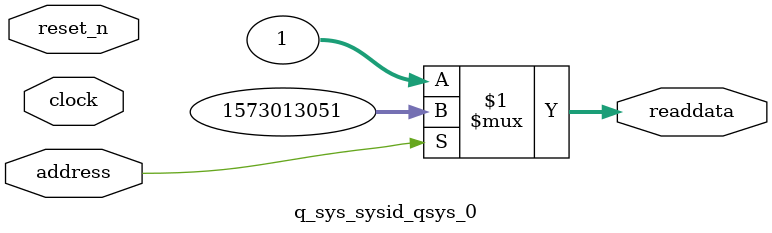
<source format=v>



// synthesis translate_off
`timescale 1ns / 1ps
// synthesis translate_on

// turn off superfluous verilog processor warnings 
// altera message_level Level1 
// altera message_off 10034 10035 10036 10037 10230 10240 10030 

module q_sys_sysid_qsys_0 (
               // inputs:
                address,
                clock,
                reset_n,

               // outputs:
                readdata
             )
;

  output  [ 31: 0] readdata;
  input            address;
  input            clock;
  input            reset_n;

  wire    [ 31: 0] readdata;
  //control_slave, which is an e_avalon_slave
  assign readdata = address ? 1573013051 : 1;

endmodule



</source>
